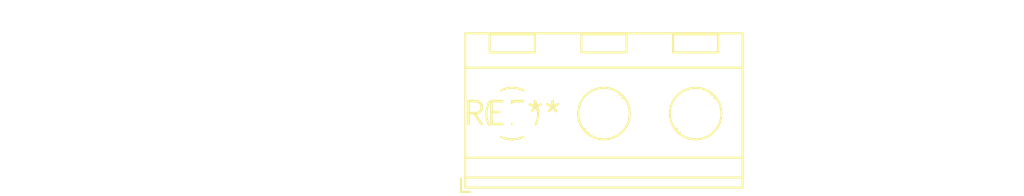
<source format=kicad_pcb>
(kicad_pcb (version 20240108) (generator pcbnew)
  (layers (0 "F.Cu" signal) (31 "B.Cu" signal) (34 "B.Paste" user) (35 "F.Paste" user) (36 "B.SilkS" user "B.Silkscreen") (37 "F.SilkS" user "F.Silkscreen") (38 "B.Mask" user) (39 "F.Mask" user) (44 "Edge.Cuts" user))
  (net 0 "")
  (footprint "TerminalBlock_RND_205-00233_1x03_P5.08mm_Horizontal" (layer "F.Cu") (at 0 0)
    (property "Reference" "REF**")
    (property "Value" "TerminalBlock_RND_205-00233_1x03_P5.08mm_Horizontal")
    (fp_line (start -2.84 3.61) (end -2.84 4.35) (layer "F.SilkS") (stroke (width 0.12)))
    (fp_line (start -2.84 4.35) (end -2.34 4.35) (layer "F.SilkS") (stroke (width 0.12)))
    (fp_line (start -2.6 -4.46) (end -2.6 4.11) (layer "F.SilkS") (stroke (width 0.12)))
    (fp_line (start -2.6 -4.46) (end 12.76 -4.46) (layer "F.SilkS") (stroke (width 0.12)))
    (fp_line (start -2.6 -2.55) (end 12.76 -2.55) (layer "F.SilkS") (stroke (width 0.12)))
    (fp_line (start -2.6 2.45) (end 12.76 2.45) (layer "F.SilkS") (stroke (width 0.12)))
    (fp_line (start -2.6 3.55) (end 12.76 3.55) (layer "F.SilkS") (stroke (width 0.12)))
    (fp_line (start -2.6 4.11) (end 12.76 4.11) (layer "F.SilkS") (stroke (width 0.12)))
    (fp_line (start -1.25 -4.4) (end -1.25 -3.4) (layer "F.SilkS") (stroke (width 0.12)))
    (fp_line (start -1.25 -4.4) (end 1.25 -4.4) (layer "F.SilkS") (stroke (width 0.12)))
    (fp_line (start -1.25 -3.4) (end 1.25 -3.4) (layer "F.SilkS") (stroke (width 0.12)))
    (fp_line (start 1.25 -4.4) (end 1.25 -3.4) (layer "F.SilkS") (stroke (width 0.12)))
    (fp_line (start 3.83 -4.4) (end 3.83 -3.4) (layer "F.SilkS") (stroke (width 0.12)))
    (fp_line (start 3.83 -4.4) (end 6.33 -4.4) (layer "F.SilkS") (stroke (width 0.12)))
    (fp_line (start 3.83 -3.4) (end 6.33 -3.4) (layer "F.SilkS") (stroke (width 0.12)))
    (fp_line (start 4.056 0.85) (end 3.996 0.91) (layer "F.SilkS") (stroke (width 0.12)))
    (fp_line (start 4.21 1.045) (end 4.17 1.085) (layer "F.SilkS") (stroke (width 0.12)))
    (fp_line (start 5.991 -1.085) (end 5.951 -1.045) (layer "F.SilkS") (stroke (width 0.12)))
    (fp_line (start 6.165 -0.91) (end 6.105 -0.851) (layer "F.SilkS") (stroke (width 0.12)))
    (fp_line (start 6.33 -4.4) (end 6.33 -3.4) (layer "F.SilkS") (stroke (width 0.12)))
    (fp_line (start 8.91 -4.4) (end 8.91 -3.4) (layer "F.SilkS") (stroke (width 0.12)))
    (fp_line (start 8.91 -4.4) (end 11.41 -4.4) (layer "F.SilkS") (stroke (width 0.12)))
    (fp_line (start 8.91 -3.4) (end 11.41 -3.4) (layer "F.SilkS") (stroke (width 0.12)))
    (fp_line (start 9.136 0.85) (end 9.076 0.91) (layer "F.SilkS") (stroke (width 0.12)))
    (fp_line (start 9.29 1.045) (end 9.25 1.085) (layer "F.SilkS") (stroke (width 0.12)))
    (fp_line (start 11.071 -1.085) (end 11.031 -1.045) (layer "F.SilkS") (stroke (width 0.12)))
    (fp_line (start 11.245 -0.91) (end 11.185 -0.851) (layer "F.SilkS") (stroke (width 0.12)))
    (fp_line (start 11.41 -4.4) (end 11.41 -3.4) (layer "F.SilkS") (stroke (width 0.12)))
    (fp_line (start 12.76 -4.46) (end 12.76 4.11) (layer "F.SilkS") (stroke (width 0.12)))
    (fp_arc (start -1.286611 0.626746) (mid -1.431146 -0.000697) (end -1.286 -0.628) (layer "F.SilkS") (stroke (width 0.12)))
    (fp_arc (start -0.627362 -1.285823) (mid -0.000201 -1.430707) (end 0.627 -1.286) (layer "F.SilkS") (stroke (width 0.12)))
    (fp_arc (start 0.02428 1.43094) (mid -0.310437 1.397071) (end -0.628 1.286) (layer "F.SilkS") (stroke (width 0.12)))
    (fp_arc (start 0.626871 1.285275) (mid 0.32168 1.393349) (end 0 1.43) (layer "F.SilkS") (stroke (width 0.12)))
    (fp_arc (start 1.285823 -0.627362) (mid 1.430707 -0.000201) (end 1.286 0.627) (layer "F.SilkS") (stroke (width 0.12)))
    (fp_circle (center 5.08 0) (end 6.51 0) (layer "F.SilkS") (stroke (width 0.12)) (fill none))
    (fp_circle (center 10.16 0) (end 11.59 0) (layer "F.SilkS") (stroke (width 0.12)) (fill none))
    (pad "1" thru_hole rect (at 0 0) (size 2.1 2.1) (drill 1.1) (layers *.Cu *.Mask) (remove_unused_layers))
    (pad "2" thru_hole circle (at 5.08 0) (size 2.1 2.1) (drill 1.1) (layers *.Cu *.Mask) (remove_unused_layers))
    (pad "3" thru_hole circle (at 10.16 0) (size 2.1 2.1) (drill 1.1) (layers *.Cu *.Mask) (remove_unused_layers))
  )
)
</source>
